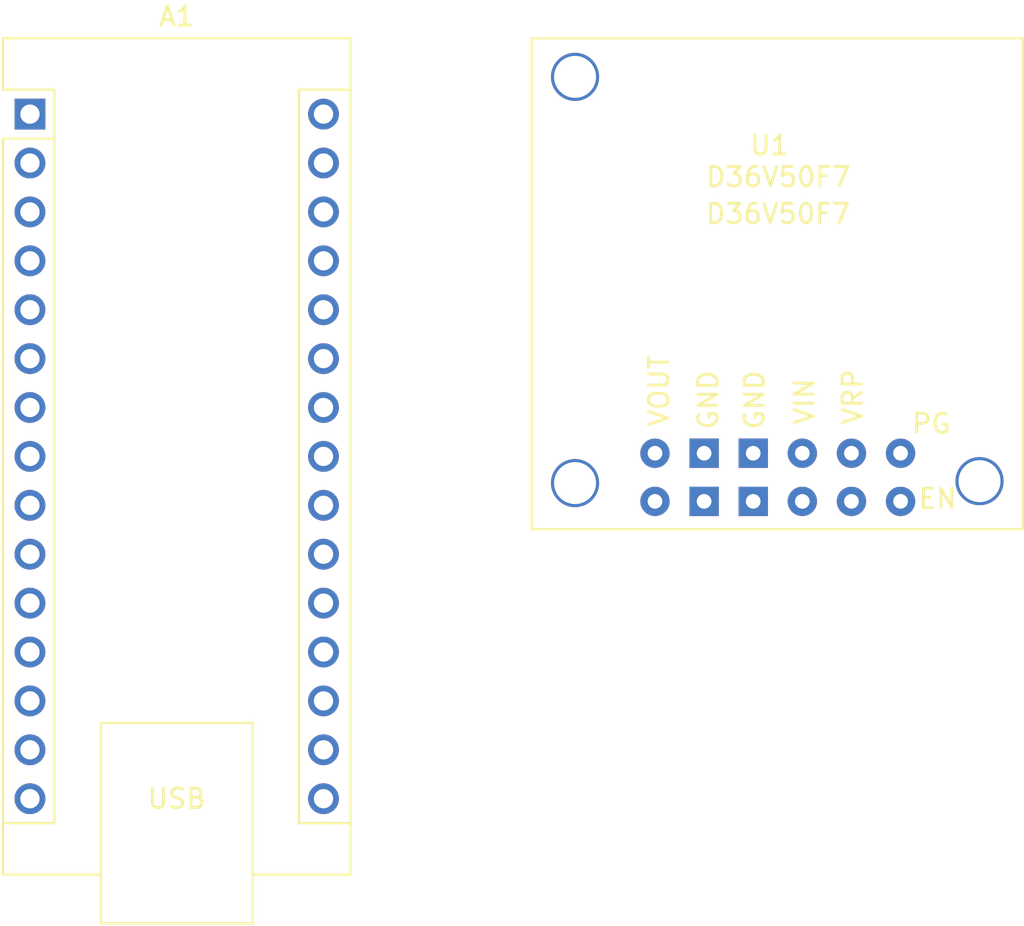
<source format=kicad_pcb>
(kicad_pcb (version 20221018) (generator pcbnew)
  (layers (0 "F.Cu" signal) (31 "B.Cu" signal) (34 "B.Paste" user) (35 "F.Paste" user) (36 "B.SilkS" user "B.Silkscreen") (37 "F.SilkS" user "F.Silkscreen") (38 "B.Mask" user) (39 "F.Mask" user) (44 "Edge.Cuts" user))
  (net 0 "")
  (net 4 "GND")
  (net 29 "+7.5V")
  (net 30 "+12V")
  (footprint "Converter_DCDC:Pololu_D36V50F7" (layer "F.Cu") (at 86.614 57.15)
    (fp_text reference "U1" (at -0.4 -7.2 unlocked) (layer "F.SilkS"))
    (fp_text value "D36V50F7" (at 0.05 -5.55 unlocked) (layer "F.SilkS"))
    (fp_text user "PG" (at 6.9 7.85 unlocked) (layer "F.SilkS") (effects (justify left bottom)))
    (fp_text user "VOUT" (at -5.55 7.5 90 unlocked) (layer "F.SilkS") (effects (justify left bottom)))
    (fp_text user "VRP" (at 4.5 7.4 90 unlocked) (layer "F.SilkS") (effects (justify left bottom)))
    (fp_text user "GND" (at -0.6 7.65 90 unlocked) (layer "F.SilkS") (effects (justify left bottom)))
    (fp_text user "EN" (at 7.25 11.75 unlocked) (layer "F.SilkS") (effects (justify left bottom)))
    (fp_text user "GND" (at -3 7.65 90 unlocked) (layer "F.SilkS") (effects (justify left bottom)))
    (fp_text user "VIN" (at 2 7.4 90 unlocked) (layer "F.SilkS") (effects (justify left bottom)))
    (fp_text user "D36V50F7" (at -3.8 -3.05 unlocked) (layer "F.SilkS") (effects (justify left bottom)))
    (fp_line (start -12.75 -12.75) (end 12.75 -12.75) (stroke (width 0.12)) (layer "F.SilkS"))
    (fp_line (start -12.75 12.75) (end -12.75 -12.75) (stroke (width 0.12)) (layer "F.SilkS"))
    (fp_line (start 12.75 -12.75) (end 12.75 12.75) (stroke (width 0.12)) (layer "F.SilkS"))
    (fp_line (start 12.75 12.75) (end -12.75 12.75) (stroke (width 0.12)) (layer "F.SilkS"))
    (pad "1" thru_hole circle (at -6.35 8.8) (size 1.524 1.524) (drill 0.762) (layers "*.Cu" "*.Mask") (net 29 "+7.5V"))
    (pad "1" thru_hole circle (at -6.35 11.3) (size 1.524 1.524) (drill 0.762) (layers "*.Cu" "*.Mask") (net 29 "+7.5V"))
    (pad "2" thru_hole rect (at -3.8 8.8) (size 1.524 1.524) (drill 0.762) (layers "*.Cu" "*.Mask") (net 4 "GND"))
    (pad "2" thru_hole rect (at -3.8 11.3) (size 1.524 1.524) (drill 0.762) (layers "*.Cu" "*.Mask") (net 4 "GND"))
    (pad "2" thru_hole rect (at -1.25 8.8) (size 1.524 1.524) (drill 0.762) (layers "*.Cu" "*.Mask") (net 4 "GND"))
    (pad "2" thru_hole rect (at -1.25 11.3) (size 1.524 1.524) (drill 0.762) (layers "*.Cu" "*.Mask") (net 4 "GND"))
    (pad "3" thru_hole circle (at 1.3 8.8) (size 1.524 1.524) (drill 0.762) (layers "*.Cu" "*.Mask") (net 30 "+12V"))
    (pad "3" thru_hole circle (at 1.3 11.3) (size 1.524 1.524) (drill 0.762) (layers "*.Cu" "*.Mask") (net 30 "+12V"))
    (pad "4" thru_hole circle (at 3.85 8.8) (size 1.524 1.524) (drill 0.762) (layers "*.Cu" "*.Mask"))
    (pad "4" thru_hole circle (at 3.85 11.3) (size 1.524 1.524) (drill 0.762) (layers "*.Cu" "*.Mask"))
    (pad "6" thru_hole circle (at 6.4 8.8) (size 1.524 1.524) (drill 0.762) (layers "*.Cu" "*.Mask"))
    (pad "7" thru_hole circle (at 6.4 11.3) (size 1.524 1.524) (drill 0.762) (layers "*.Cu" "*.Mask"))
    (pad "x" thru_hole circle (at -10.5 -10.75) (size 2.5 2.5) (drill 2.18) (layers "*.Cu" "*.Mask"))
    (pad "x" thru_hole circle (at -10.5 10.35) (size 2.5 2.5) (drill 2.18) (layers "*.Cu" "*.Mask"))
    (pad "x" thru_hole circle (at 10.5 10.25) (size 2.5 2.5) (drill 2.18) (layers "*.Cu" "*.Mask"))
  )
  (footprint "Module:Arduino_Nano_WithMountingHoles" (layer "F.Cu") (at 47.815 48.335)
    (fp_text reference "A1" (at 7.62 -5.08) (layer "F.SilkS"))
    (fp_text value "Arduino_Nano_v3.x")
    (fp_text user "USB" (at 7.62 35.56 unlocked) (layer "F.SilkS"))
    (fp_line (start -1.4 -3.94) (end -1.4 -1.27) (stroke (width 0.12)) (layer "F.SilkS"))
    (fp_line (start -1.4 1.27) (end -1.4 39.5) (stroke (width 0.12)) (layer "F.SilkS"))
    (fp_line (start -1.4 39.5) (end 3.68 39.5) (stroke (width 0.12)) (layer "F.SilkS"))
    (fp_line (start 1.27 -1.27) (end -1.4 -1.27) (stroke (width 0.12)) (layer "F.SilkS"))
    (fp_line (start 1.27 1.27) (end -1.4 1.27) (stroke (width 0.12)) (layer "F.SilkS"))
    (fp_line (start 1.27 1.27) (end 1.27 -1.27) (stroke (width 0.12)) (layer "F.SilkS"))
    (fp_line (start 1.27 1.27) (end 1.27 36.83) (stroke (width 0.12)) (layer "F.SilkS"))
    (fp_line (start 1.27 36.83) (end -1.4 36.83) (stroke (width 0.12)) (layer "F.SilkS"))
    (fp_line (start 3.68 31.62) (end 11.56 31.62) (stroke (width 0.12)) (layer "F.SilkS"))
    (fp_line (start 3.68 42.04) (end 3.68 31.62) (stroke (width 0.12)) (layer "F.SilkS"))
    (fp_line (start 11.56 31.62) (end 11.56 42.04) (stroke (width 0.12)) (layer "F.SilkS"))
    (fp_line (start 11.56 42.04) (end 3.68 42.04) (stroke (width 0.12)) (layer "F.SilkS"))
    (fp_line (start 13.97 -1.27) (end 13.97 36.83) (stroke (width 0.12)) (layer "F.SilkS"))
    (fp_line (start 13.97 -1.27) (end 16.64 -1.27) (stroke (width 0.12)) (layer "F.SilkS"))
    (fp_line (start 13.97 36.83) (end 16.64 36.83) (stroke (width 0.12)) (layer "F.SilkS"))
    (fp_line (start 16.64 -3.94) (end -1.4 -3.94) (stroke (width 0.12)) (layer "F.SilkS"))
    (fp_line (start 16.64 39.5) (end 11.56 39.5) (stroke (width 0.12)) (layer "F.SilkS"))
    (fp_line (start 16.64 39.5) (end 16.64 -3.94) (stroke (width 0.12)) (layer "F.SilkS"))
    (pad "" np_thru_hole circle (at 0 -2.54) (size 1.78 1.78) (drill 1.78) (layers "*.Cu" "*.Mask"))
    (pad "" np_thru_hole circle (at 0 38.1) (size 1.78 1.78) (drill 1.78) (layers "*.Cu" "*.Mask"))
    (pad "" np_thru_hole circle (at 15.24 -2.54) (size 1.78 1.78) (drill 1.78) (layers "*.Cu" "*.Mask"))
    (pad "" np_thru_hole circle (at 15.24 38.1) (size 1.78 1.78) (drill 1.78) (layers "*.Cu" "*.Mask"))
    (pad "1" thru_hole rect (at 0 0) (size 1.6 1.6) (drill 1) (layers "*.Cu" "*.Mask"))
    (pad "2" thru_hole oval (at 0 2.54) (size 1.6 1.6) (drill 1) (layers "*.Cu" "*.Mask"))
    (pad "3" thru_hole oval (at 0 5.08) (size 1.6 1.6) (drill 1) (layers "*.Cu" "*.Mask"))
    (pad "4" thru_hole oval (at 0 7.62) (size 1.6 1.6) (drill 1) (layers "*.Cu" "*.Mask") (net 4 "GND"))
    (pad "5" thru_hole oval (at 0 10.16) (size 1.6 1.6) (drill 1) (layers "*.Cu" "*.Mask"))
    (pad "6" thru_hole oval (at 0 12.7) (size 1.6 1.6) (drill 1) (layers "*.Cu" "*.Mask"))
    (pad "7" thru_hole oval (at 0 15.24) (size 1.6 1.6) (drill 1) (layers "*.Cu" "*.Mask"))
    (pad "8" thru_hole oval (at 0 17.78) (size 1.6 1.6) (drill 1) (layers "*.Cu" "*.Mask"))
    (pad "9" thru_hole oval (at 0 20.32) (size 1.6 1.6) (drill 1) (layers "*.Cu" "*.Mask"))
    (pad "10" thru_hole oval (at 0 22.86) (size 1.6 1.6) (drill 1) (layers "*.Cu" "*.Mask"))
    (pad "11" thru_hole oval (at 0 25.4) (size 1.6 1.6) (drill 1) (layers "*.Cu" "*.Mask"))
    (pad "12" thru_hole oval (at 0 27.94) (size 1.6 1.6) (drill 1) (layers "*.Cu" "*.Mask"))
    (pad "13" thru_hole oval (at 0 30.48) (size 1.6 1.6) (drill 1) (layers "*.Cu" "*.Mask"))
    (pad "14" thru_hole oval (at 0 33.02) (size 1.6 1.6) (drill 1) (layers "*.Cu" "*.Mask"))
    (pad "15" thru_hole oval (at 0 35.56) (size 1.6 1.6) (drill 1) (layers "*.Cu" "*.Mask"))
    (pad "16" thru_hole oval (at 15.24 35.56) (size 1.6 1.6) (drill 1) (layers "*.Cu" "*.Mask"))
    (pad "17" thru_hole oval (at 15.24 33.02) (size 1.6 1.6) (drill 1) (layers "*.Cu" "*.Mask"))
    (pad "18" thru_hole oval (at 15.24 30.48) (size 1.6 1.6) (drill 1) (layers "*.Cu" "*.Mask"))
    (pad "19" thru_hole oval (at 15.24 27.94) (size 1.6 1.6) (drill 1) (layers "*.Cu" "*.Mask"))
    (pad "20" thru_hole oval (at 15.24 25.4) (size 1.6 1.6) (drill 1) (layers "*.Cu" "*.Mask"))
    (pad "21" thru_hole oval (at 15.24 22.86) (size 1.6 1.6) (drill 1) (layers "*.Cu" "*.Mask"))
    (pad "22" thru_hole oval (at 15.24 20.32) (size 1.6 1.6) (drill 1) (layers "*.Cu" "*.Mask"))
    (pad "23" thru_hole oval (at 15.24 17.78) (size 1.6 1.6) (drill 1) (layers "*.Cu" "*.Mask"))
    (pad "24" thru_hole oval (at 15.24 15.24) (size 1.6 1.6) (drill 1) (layers "*.Cu" "*.Mask"))
    (pad "25" thru_hole oval (at 15.24 12.7) (size 1.6 1.6) (drill 1) (layers "*.Cu" "*.Mask"))
    (pad "26" thru_hole oval (at 15.24 10.16) (size 1.6 1.6) (drill 1) (layers "*.Cu" "*.Mask"))
    (pad "27" thru_hole oval (at 15.24 7.62) (size 1.6 1.6) (drill 1) (layers "*.Cu" "*.Mask"))
    (pad "28" thru_hole oval (at 15.24 5.08) (size 1.6 1.6) (drill 1) (layers "*.Cu" "*.Mask"))
    (pad "29" thru_hole oval (at 15.24 2.54) (size 1.6 1.6) (drill 1) (layers "*.Cu" "*.Mask") (net 4 "GND"))
    (pad "30" thru_hole oval (at 15.24 0) (size 1.6 1.6) (drill 1) (layers "*.Cu" "*.Mask") (net 29 "+7.5V"))
  )
)
</source>
